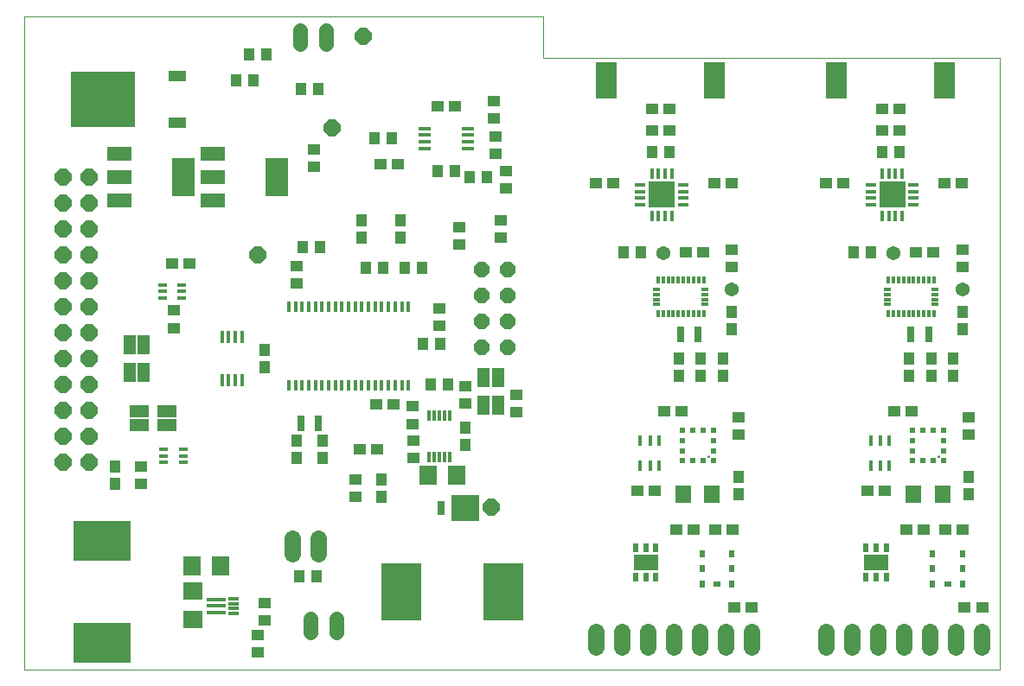
<source format=gts>
G75*
%MOIN*%
%OFA0B0*%
%FSLAX25Y25*%
%IPPOS*%
%LPD*%
%AMOC8*
5,1,8,0,0,1.08239X$1,22.5*
%
%ADD10C,0.00000*%
%ADD11R,0.04337X0.04731*%
%ADD12R,0.04731X0.04337*%
%ADD13R,0.01581X0.05124*%
%ADD14R,0.24809X0.21660*%
%ADD15R,0.06699X0.04337*%
%ADD16C,0.05800*%
%ADD17C,0.06400*%
%ADD18R,0.03156X0.05912*%
%ADD19R,0.06699X0.07487*%
%ADD20R,0.07487X0.06699*%
%ADD21R,0.01575X0.04331*%
%ADD22R,0.07400X0.01700*%
%ADD23R,0.04400X0.01700*%
%ADD24R,0.03543X0.01772*%
%ADD25R,0.22054X0.15557*%
%ADD26R,0.15557X0.22054*%
%ADD27R,0.10900X0.10400*%
%ADD28R,0.02900X0.05400*%
%ADD29OC8,0.06400*%
%ADD30R,0.09199X0.05199*%
%ADD31R,0.09061X0.14573*%
%ADD32R,0.01778X0.04337*%
%ADD33R,0.05124X0.01581*%
%ADD34R,0.07200X0.04730*%
%ADD35R,0.04730X0.07200*%
%ADD36OC8,0.05800*%
%ADD37R,0.02000X0.03200*%
%ADD38R,0.09800X0.06300*%
%ADD39R,0.02369X0.02762*%
%ADD40R,0.02762X0.02369*%
%ADD41R,0.01600X0.03943*%
%ADD42C,0.00787*%
%ADD43R,0.01975X0.01975*%
%ADD44R,0.10236X0.10236*%
%ADD45R,0.01772X0.04331*%
%ADD46R,0.04331X0.01772*%
%ADD47R,0.07880X0.14180*%
%ADD48R,0.01384X0.03057*%
%ADD49R,0.03057X0.01384*%
%ADD50C,0.05400*%
%ADD51R,0.05912X0.06699*%
D10*
X0010759Y0006300D02*
X0205484Y0006300D01*
X0296224Y0006300D01*
X0386759Y0006300D01*
X0386759Y0242300D01*
X0210759Y0242300D01*
X0210759Y0258300D01*
X0010759Y0258300D01*
X0010759Y0006300D01*
X0205484Y0006300D02*
X0205720Y0006300D01*
X0296224Y0006300D02*
X0296350Y0006300D01*
D11*
X0285887Y0074091D03*
X0285887Y0080783D03*
X0279887Y0119691D03*
X0279887Y0126383D03*
X0271487Y0126383D03*
X0271487Y0119691D03*
X0263087Y0119691D03*
X0263087Y0126383D03*
X0283487Y0137691D03*
X0283487Y0144383D03*
X0248433Y0167437D03*
X0241740Y0167437D03*
X0252540Y0205837D03*
X0259233Y0205837D03*
X0189066Y0196300D03*
X0182374Y0196300D03*
X0176566Y0198800D03*
X0169874Y0198800D03*
X0152466Y0211200D03*
X0145774Y0211200D03*
X0124066Y0230300D03*
X0117374Y0230300D03*
X0099066Y0233800D03*
X0092374Y0233800D03*
X0097374Y0243800D03*
X0104066Y0243800D03*
X0140720Y0179646D03*
X0140720Y0172954D03*
X0142374Y0161300D03*
X0149066Y0161300D03*
X0157374Y0161300D03*
X0164066Y0161300D03*
X0155720Y0172954D03*
X0155720Y0179646D03*
X0124566Y0169300D03*
X0117874Y0169300D03*
X0164374Y0132100D03*
X0171066Y0132100D03*
X0174066Y0116300D03*
X0167374Y0116300D03*
X0180720Y0099646D03*
X0180720Y0092954D03*
X0148220Y0079646D03*
X0148220Y0072954D03*
X0125720Y0087954D03*
X0125720Y0094646D03*
X0115720Y0094646D03*
X0115720Y0087954D03*
X0103220Y0122954D03*
X0103220Y0129646D03*
X0045720Y0084646D03*
X0045720Y0077954D03*
X0116674Y0042200D03*
X0123366Y0042200D03*
X0330481Y0167437D03*
X0337174Y0167437D03*
X0372227Y0144383D03*
X0372227Y0137691D03*
X0368627Y0126383D03*
X0368627Y0119691D03*
X0360227Y0119691D03*
X0360227Y0126383D03*
X0351827Y0126383D03*
X0351827Y0119691D03*
X0374627Y0080783D03*
X0374627Y0074091D03*
X0347974Y0205837D03*
X0341281Y0205837D03*
D12*
X0341281Y0214237D03*
X0347974Y0214237D03*
X0347974Y0222637D03*
X0341281Y0222637D03*
X0326374Y0193837D03*
X0319681Y0193837D03*
X0354481Y0167437D03*
X0361174Y0167437D03*
X0372227Y0168383D03*
X0372227Y0161691D03*
X0371974Y0193837D03*
X0365281Y0193837D03*
X0283233Y0193837D03*
X0276540Y0193837D03*
X0259233Y0214237D03*
X0252540Y0214237D03*
X0252540Y0222637D03*
X0259233Y0222637D03*
X0237633Y0193837D03*
X0230940Y0193837D03*
X0196220Y0191954D03*
X0196220Y0198646D03*
X0192220Y0205454D03*
X0192220Y0212146D03*
X0191720Y0218954D03*
X0191720Y0225646D03*
X0176566Y0223800D03*
X0169874Y0223800D03*
X0154666Y0201300D03*
X0147974Y0201300D03*
X0122420Y0200354D03*
X0122420Y0207046D03*
X0178220Y0177146D03*
X0178220Y0170454D03*
X0194220Y0172954D03*
X0194220Y0179646D03*
X0170820Y0145646D03*
X0170820Y0138954D03*
X0180720Y0115646D03*
X0180720Y0108954D03*
X0200420Y0105754D03*
X0200420Y0112446D03*
X0160520Y0107846D03*
X0160520Y0101154D03*
X0160720Y0094646D03*
X0160720Y0087954D03*
X0146566Y0091300D03*
X0139874Y0091300D03*
X0138220Y0079646D03*
X0138220Y0072954D03*
X0146374Y0108800D03*
X0153066Y0108800D03*
X0115720Y0155454D03*
X0115720Y0162146D03*
X0074266Y0163100D03*
X0067574Y0163100D03*
X0068320Y0144846D03*
X0068320Y0138154D03*
X0055720Y0084646D03*
X0055720Y0077954D03*
X0103220Y0032146D03*
X0103220Y0025454D03*
X0100720Y0019646D03*
X0100720Y0012954D03*
X0246940Y0075237D03*
X0253633Y0075237D03*
X0261940Y0060237D03*
X0268633Y0060237D03*
X0276940Y0060237D03*
X0283633Y0060237D03*
X0284440Y0030237D03*
X0291133Y0030237D03*
X0335681Y0075237D03*
X0342374Y0075237D03*
X0350681Y0060237D03*
X0357374Y0060237D03*
X0365681Y0060237D03*
X0372374Y0060237D03*
X0373181Y0030237D03*
X0379874Y0030237D03*
X0374627Y0096891D03*
X0374627Y0103583D03*
X0352774Y0105937D03*
X0346081Y0105937D03*
X0285887Y0103583D03*
X0285887Y0096891D03*
X0264033Y0105937D03*
X0257340Y0105937D03*
X0283487Y0161691D03*
X0283487Y0168383D03*
X0272433Y0167437D03*
X0265740Y0167437D03*
D13*
X0094555Y0134615D03*
X0091996Y0134615D03*
X0089437Y0134615D03*
X0086877Y0134615D03*
X0086877Y0117981D03*
X0089437Y0117981D03*
X0091996Y0117981D03*
X0094555Y0117981D03*
D14*
X0040877Y0226300D03*
D15*
X0069618Y0217324D03*
X0069618Y0235276D03*
D16*
X0117020Y0247700D02*
X0117020Y0253100D01*
X0127020Y0253100D02*
X0127020Y0247700D01*
X0131120Y0026000D02*
X0131120Y0020600D01*
X0121120Y0020600D02*
X0121120Y0026000D01*
D17*
X0124020Y0050900D02*
X0124020Y0056900D01*
X0114020Y0056900D02*
X0114020Y0050900D01*
X0230917Y0021111D02*
X0230917Y0015111D01*
X0240917Y0015111D02*
X0240917Y0021111D01*
X0250917Y0021111D02*
X0250917Y0015111D01*
X0260917Y0015111D02*
X0260917Y0021111D01*
X0270917Y0021111D02*
X0270917Y0015111D01*
X0280917Y0015111D02*
X0280917Y0021111D01*
X0290917Y0021111D02*
X0290917Y0015111D01*
X0319657Y0015111D02*
X0319657Y0021111D01*
X0329657Y0021111D02*
X0329657Y0015111D01*
X0339657Y0015111D02*
X0339657Y0021111D01*
X0349657Y0021111D02*
X0349657Y0015111D01*
X0359657Y0015111D02*
X0359657Y0021111D01*
X0369657Y0021111D02*
X0369657Y0015111D01*
X0379657Y0015111D02*
X0379657Y0021111D01*
D18*
X0359191Y0135580D03*
X0352498Y0135580D03*
X0270451Y0135580D03*
X0263758Y0135580D03*
X0124066Y0101300D03*
X0117374Y0101300D03*
D19*
X0166208Y0081300D03*
X0177232Y0081300D03*
X0086232Y0046300D03*
X0075208Y0046300D03*
D20*
X0075720Y0036812D03*
X0075720Y0025788D03*
D21*
X0166783Y0088229D03*
X0168751Y0088229D03*
X0170720Y0088229D03*
X0172688Y0088229D03*
X0174657Y0088229D03*
X0174657Y0104371D03*
X0172688Y0104371D03*
X0170720Y0104371D03*
X0168751Y0104371D03*
X0166783Y0104371D03*
D22*
X0084820Y0033210D03*
X0084820Y0030850D03*
X0084820Y0028490D03*
D23*
X0091220Y0027890D03*
X0091220Y0029860D03*
X0091220Y0031830D03*
X0091220Y0033800D03*
D24*
X0071960Y0086241D03*
X0071960Y0088800D03*
X0071960Y0091359D03*
X0064480Y0091359D03*
X0064480Y0088800D03*
X0064480Y0086241D03*
X0063980Y0149641D03*
X0063980Y0152200D03*
X0063980Y0154759D03*
X0071460Y0154759D03*
X0071460Y0152200D03*
X0071460Y0149641D03*
D25*
X0040720Y0055887D03*
X0040720Y0016713D03*
D26*
X0156133Y0036300D03*
X0195307Y0036300D03*
D27*
X0180759Y0068800D03*
D28*
X0171470Y0068800D03*
D29*
X0190720Y0068900D03*
X0100720Y0166300D03*
X0129420Y0215200D03*
X0141420Y0250600D03*
X0035720Y0196300D03*
X0035720Y0186300D03*
X0025720Y0186300D03*
X0025720Y0196300D03*
X0025720Y0176300D03*
X0035720Y0176300D03*
X0035720Y0166300D03*
X0035720Y0156300D03*
X0035720Y0146300D03*
X0025720Y0146300D03*
X0025720Y0156300D03*
X0025720Y0166300D03*
X0025720Y0136300D03*
X0035720Y0136300D03*
X0035720Y0126300D03*
X0035720Y0116300D03*
X0025720Y0116300D03*
X0025720Y0126300D03*
X0025720Y0106300D03*
X0035720Y0106300D03*
X0035720Y0096300D03*
X0035720Y0086300D03*
X0025720Y0086300D03*
X0025720Y0096300D03*
D30*
X0047519Y0187202D03*
X0047519Y0196300D03*
X0047519Y0205398D03*
X0083519Y0205398D03*
X0083519Y0196300D03*
X0083519Y0187202D03*
D31*
X0071921Y0196300D03*
X0107921Y0196300D03*
D32*
X0112688Y0146457D03*
X0115248Y0146457D03*
X0117807Y0146457D03*
X0120366Y0146457D03*
X0122925Y0146457D03*
X0125484Y0146457D03*
X0128043Y0146457D03*
X0130602Y0146457D03*
X0133161Y0146457D03*
X0135720Y0146457D03*
X0138279Y0146457D03*
X0140838Y0146457D03*
X0143397Y0146457D03*
X0145956Y0146457D03*
X0148515Y0146457D03*
X0151074Y0146457D03*
X0153633Y0146457D03*
X0156192Y0146457D03*
X0158751Y0146457D03*
X0158751Y0116143D03*
X0156192Y0116143D03*
X0153633Y0116143D03*
X0151074Y0116143D03*
X0148515Y0116143D03*
X0145956Y0116143D03*
X0143397Y0116143D03*
X0140838Y0116143D03*
X0138279Y0116143D03*
X0135720Y0116143D03*
X0133161Y0116143D03*
X0130602Y0116143D03*
X0128043Y0116143D03*
X0125484Y0116143D03*
X0122925Y0116143D03*
X0120366Y0116143D03*
X0117807Y0116143D03*
X0115248Y0116143D03*
X0112688Y0116143D03*
D33*
X0164905Y0207457D03*
X0164905Y0210017D03*
X0164905Y0212576D03*
X0164905Y0215135D03*
X0181539Y0215135D03*
X0181539Y0212576D03*
X0181539Y0210017D03*
X0181539Y0207457D03*
D34*
X0065820Y0106100D03*
X0065820Y0100590D03*
X0054990Y0100590D03*
X0054990Y0106100D03*
D35*
X0056830Y0120870D03*
X0051320Y0120870D03*
X0051320Y0131700D03*
X0056830Y0131700D03*
X0187720Y0119100D03*
X0193230Y0119100D03*
X0193230Y0108270D03*
X0187720Y0108270D03*
D36*
X0187120Y0130800D03*
X0197120Y0130800D03*
X0197120Y0140800D03*
X0187120Y0140800D03*
X0187120Y0150800D03*
X0197120Y0150800D03*
X0197120Y0160800D03*
X0187120Y0160800D03*
D37*
X0246387Y0053437D03*
X0250287Y0053437D03*
X0254187Y0053437D03*
X0254187Y0042037D03*
X0250287Y0042037D03*
X0246387Y0042037D03*
X0335127Y0042037D03*
X0339027Y0042037D03*
X0342927Y0042037D03*
X0342927Y0053437D03*
X0339027Y0053437D03*
X0335127Y0053437D03*
D38*
X0339027Y0047737D03*
X0250287Y0047737D03*
D39*
X0272078Y0045237D03*
X0272078Y0039331D03*
X0283496Y0039331D03*
X0283496Y0045237D03*
X0283496Y0051143D03*
X0272078Y0051143D03*
X0360818Y0051143D03*
X0360818Y0045237D03*
X0360818Y0039331D03*
X0372236Y0039331D03*
X0372236Y0045237D03*
X0372236Y0051143D03*
D40*
X0366527Y0039331D03*
X0277787Y0039331D03*
D41*
X0255425Y0085060D03*
X0251881Y0085060D03*
X0248141Y0085060D03*
X0248141Y0094509D03*
X0251881Y0094509D03*
X0255425Y0094509D03*
X0336881Y0094509D03*
X0340622Y0094509D03*
X0344165Y0094509D03*
X0344165Y0085060D03*
X0340622Y0085060D03*
X0336881Y0085060D03*
D42*
X0362964Y0088603D02*
X0362966Y0088630D01*
X0362972Y0088657D01*
X0362981Y0088683D01*
X0362994Y0088707D01*
X0363010Y0088730D01*
X0363029Y0088749D01*
X0363051Y0088766D01*
X0363075Y0088780D01*
X0363100Y0088790D01*
X0363127Y0088797D01*
X0363154Y0088800D01*
X0363182Y0088799D01*
X0363209Y0088794D01*
X0363235Y0088786D01*
X0363259Y0088774D01*
X0363282Y0088758D01*
X0363303Y0088740D01*
X0363320Y0088719D01*
X0363335Y0088695D01*
X0363346Y0088670D01*
X0363354Y0088644D01*
X0363358Y0088617D01*
X0363358Y0088589D01*
X0363354Y0088562D01*
X0363346Y0088536D01*
X0363335Y0088511D01*
X0363320Y0088487D01*
X0363303Y0088466D01*
X0363282Y0088448D01*
X0363260Y0088432D01*
X0363235Y0088420D01*
X0363209Y0088412D01*
X0363182Y0088407D01*
X0363154Y0088406D01*
X0363127Y0088409D01*
X0363100Y0088416D01*
X0363075Y0088426D01*
X0363051Y0088440D01*
X0363029Y0088457D01*
X0363010Y0088476D01*
X0362994Y0088499D01*
X0362981Y0088523D01*
X0362972Y0088549D01*
X0362966Y0088576D01*
X0362964Y0088603D01*
X0274224Y0088603D02*
X0274226Y0088630D01*
X0274232Y0088657D01*
X0274241Y0088683D01*
X0274254Y0088707D01*
X0274270Y0088730D01*
X0274289Y0088749D01*
X0274311Y0088766D01*
X0274335Y0088780D01*
X0274360Y0088790D01*
X0274387Y0088797D01*
X0274414Y0088800D01*
X0274442Y0088799D01*
X0274469Y0088794D01*
X0274495Y0088786D01*
X0274519Y0088774D01*
X0274542Y0088758D01*
X0274563Y0088740D01*
X0274580Y0088719D01*
X0274595Y0088695D01*
X0274606Y0088670D01*
X0274614Y0088644D01*
X0274618Y0088617D01*
X0274618Y0088589D01*
X0274614Y0088562D01*
X0274606Y0088536D01*
X0274595Y0088511D01*
X0274580Y0088487D01*
X0274563Y0088466D01*
X0274542Y0088448D01*
X0274520Y0088432D01*
X0274495Y0088420D01*
X0274469Y0088412D01*
X0274442Y0088407D01*
X0274414Y0088406D01*
X0274387Y0088409D01*
X0274360Y0088416D01*
X0274335Y0088426D01*
X0274311Y0088440D01*
X0274289Y0088457D01*
X0274270Y0088476D01*
X0274254Y0088499D01*
X0274241Y0088523D01*
X0274232Y0088549D01*
X0274226Y0088576D01*
X0274224Y0088603D01*
D43*
X0276192Y0086831D03*
X0272255Y0086831D03*
X0268318Y0086831D03*
X0264381Y0086831D03*
X0264381Y0090769D03*
X0264381Y0094706D03*
X0264381Y0098643D03*
X0268318Y0098643D03*
X0272255Y0098643D03*
X0276192Y0098643D03*
X0276192Y0094706D03*
X0276192Y0090769D03*
X0353122Y0090769D03*
X0353122Y0086831D03*
X0357059Y0086831D03*
X0360996Y0086831D03*
X0364933Y0086831D03*
X0364933Y0090769D03*
X0364933Y0094706D03*
X0364933Y0098643D03*
X0360996Y0098643D03*
X0357059Y0098643D03*
X0353122Y0098643D03*
X0353122Y0094706D03*
D44*
X0345194Y0189531D03*
X0256454Y0189531D03*
D45*
X0257733Y0181264D03*
X0255174Y0181264D03*
X0252615Y0181264D03*
X0260292Y0181264D03*
X0260292Y0197799D03*
X0257733Y0197799D03*
X0255174Y0197799D03*
X0252615Y0197799D03*
X0341355Y0197799D03*
X0343914Y0197799D03*
X0346474Y0197799D03*
X0349033Y0197799D03*
X0349033Y0181264D03*
X0346474Y0181264D03*
X0343914Y0181264D03*
X0341355Y0181264D03*
D46*
X0336926Y0185693D03*
X0336926Y0188252D03*
X0336926Y0190811D03*
X0336926Y0193370D03*
X0353462Y0193370D03*
X0353462Y0190811D03*
X0353462Y0188252D03*
X0353462Y0185693D03*
X0264722Y0185693D03*
X0264722Y0188252D03*
X0264722Y0190811D03*
X0264722Y0193370D03*
X0248186Y0193370D03*
X0248186Y0190811D03*
X0248186Y0188252D03*
X0248186Y0185693D03*
D47*
X0235021Y0233634D03*
X0276753Y0233634D03*
X0323761Y0233634D03*
X0365493Y0233634D03*
D48*
X0361377Y0156701D03*
X0359408Y0156701D03*
X0357440Y0156701D03*
X0355471Y0156701D03*
X0353503Y0156701D03*
X0351534Y0156701D03*
X0349566Y0156701D03*
X0347597Y0156701D03*
X0345629Y0156701D03*
X0343660Y0156701D03*
X0343660Y0143600D03*
X0345629Y0143600D03*
X0347597Y0143600D03*
X0349566Y0143600D03*
X0351534Y0143600D03*
X0353503Y0143600D03*
X0355471Y0143600D03*
X0357440Y0143600D03*
X0359408Y0143600D03*
X0361377Y0143600D03*
X0272637Y0143600D03*
X0270668Y0143600D03*
X0268700Y0143600D03*
X0266731Y0143600D03*
X0264763Y0143600D03*
X0262794Y0143600D03*
X0260825Y0143600D03*
X0258857Y0143600D03*
X0256888Y0143600D03*
X0254920Y0143600D03*
X0254920Y0156701D03*
X0256888Y0156701D03*
X0258857Y0156701D03*
X0260825Y0156701D03*
X0262794Y0156701D03*
X0264763Y0156701D03*
X0266731Y0156701D03*
X0268700Y0156701D03*
X0270668Y0156701D03*
X0272637Y0156701D03*
D49*
X0273079Y0153098D03*
X0273079Y0151130D03*
X0273079Y0149161D03*
X0273079Y0147193D03*
X0254477Y0147193D03*
X0254477Y0149161D03*
X0254477Y0151130D03*
X0254477Y0153098D03*
X0343217Y0153098D03*
X0343217Y0151130D03*
X0343217Y0149161D03*
X0343217Y0147193D03*
X0361820Y0147193D03*
X0361820Y0149161D03*
X0361820Y0151130D03*
X0361820Y0153098D03*
D50*
X0372227Y0153037D03*
X0345748Y0166980D03*
X0283487Y0153037D03*
X0257007Y0166980D03*
D51*
X0264775Y0074037D03*
X0275799Y0074037D03*
X0353515Y0074037D03*
X0364539Y0074037D03*
M02*

</source>
